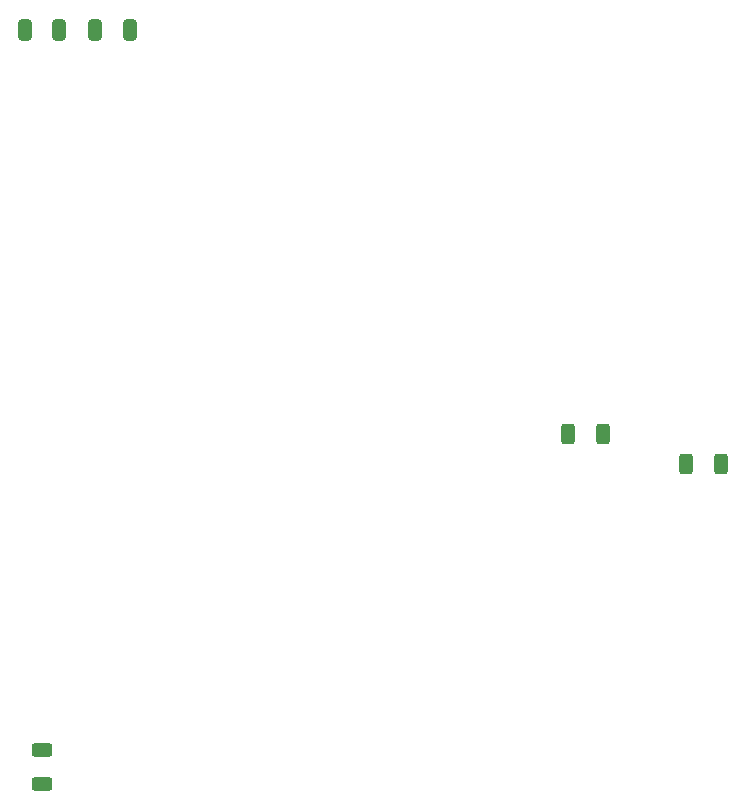
<source format=gbp>
G04 #@! TF.GenerationSoftware,KiCad,Pcbnew,(6.0.0)*
G04 #@! TF.CreationDate,2022-05-25T15:36:50+02:00*
G04 #@! TF.ProjectId,CarteUE441_v2,43617274-6555-4453-9434-315f76322e6b,rev?*
G04 #@! TF.SameCoordinates,Original*
G04 #@! TF.FileFunction,Paste,Bot*
G04 #@! TF.FilePolarity,Positive*
%FSLAX46Y46*%
G04 Gerber Fmt 4.6, Leading zero omitted, Abs format (unit mm)*
G04 Created by KiCad (PCBNEW (6.0.0)) date 2022-05-25 15:36:50*
%MOMM*%
%LPD*%
G01*
G04 APERTURE LIST*
G04 Aperture macros list*
%AMRoundRect*
0 Rectangle with rounded corners*
0 $1 Rounding radius*
0 $2 $3 $4 $5 $6 $7 $8 $9 X,Y pos of 4 corners*
0 Add a 4 corners polygon primitive as box body*
4,1,4,$2,$3,$4,$5,$6,$7,$8,$9,$2,$3,0*
0 Add four circle primitives for the rounded corners*
1,1,$1+$1,$2,$3*
1,1,$1+$1,$4,$5*
1,1,$1+$1,$6,$7*
1,1,$1+$1,$8,$9*
0 Add four rect primitives between the rounded corners*
20,1,$1+$1,$2,$3,$4,$5,0*
20,1,$1+$1,$4,$5,$6,$7,0*
20,1,$1+$1,$6,$7,$8,$9,0*
20,1,$1+$1,$8,$9,$2,$3,0*%
G04 Aperture macros list end*
%ADD10RoundRect,0.250000X0.625000X-0.312500X0.625000X0.312500X-0.625000X0.312500X-0.625000X-0.312500X0*%
%ADD11RoundRect,0.250000X0.325000X0.650000X-0.325000X0.650000X-0.325000X-0.650000X0.325000X-0.650000X0*%
%ADD12RoundRect,0.250000X-0.312500X-0.625000X0.312500X-0.625000X0.312500X0.625000X-0.312500X0.625000X0*%
%ADD13RoundRect,0.250000X-0.325000X-0.650000X0.325000X-0.650000X0.325000X0.650000X-0.325000X0.650000X0*%
G04 APERTURE END LIST*
D10*
X138000000Y-123862500D03*
X138000000Y-120937500D03*
D11*
X145475000Y-60000000D03*
X142525000Y-60000000D03*
D12*
X182537500Y-94250000D03*
X185462500Y-94250000D03*
X192537500Y-96750000D03*
X195462500Y-96750000D03*
D13*
X136525000Y-60000000D03*
X139475000Y-60000000D03*
M02*

</source>
